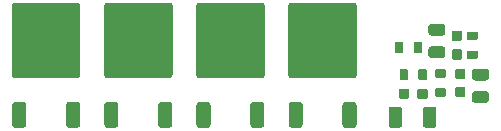
<source format=gts>
G04 #@! TF.GenerationSoftware,KiCad,Pcbnew,7.0.9*
G04 #@! TF.CreationDate,2024-03-10T06:33:53+03:00*
G04 #@! TF.ProjectId,hellen1-mcz33810,68656c6c-656e-4312-9d6d-637a33333831,rev?*
G04 #@! TF.SameCoordinates,PX507d780PY4a62f80*
G04 #@! TF.FileFunction,Soldermask,Top*
G04 #@! TF.FilePolarity,Negative*
%FSLAX46Y46*%
G04 Gerber Fmt 4.6, Leading zero omitted, Abs format (unit mm)*
G04 Created by KiCad (PCBNEW 7.0.9) date 2024-03-10 06:33:53*
%MOMM*%
%LPD*%
G01*
G04 APERTURE LIST*
G04 APERTURE END LIST*
G04 #@! TO.C,R805*
G36*
G01*
X33794980Y900000D02*
X33104980Y900000D01*
G75*
G02*
X32874980Y1130000I0J230000D01*
G01*
X32874980Y2470000D01*
G75*
G02*
X33104980Y2700000I230000J0D01*
G01*
X33794980Y2700000D01*
G75*
G02*
X34024980Y2470000I0J-230000D01*
G01*
X34024980Y1130000D01*
G75*
G02*
X33794980Y900000I-230000J0D01*
G01*
G37*
G36*
G01*
X36005000Y2700000D02*
X36695000Y2700000D01*
G75*
G02*
X36925000Y2470000I0J-230000D01*
G01*
X36925000Y1130000D01*
G75*
G02*
X36695000Y900000I-230000J0D01*
G01*
X36005000Y900000D01*
G75*
G02*
X35775000Y1130000I0J230000D01*
G01*
X35775000Y2470000D01*
G75*
G02*
X36005000Y2700000I230000J0D01*
G01*
G37*
G04 #@! TD*
G04 #@! TO.C,R804*
G36*
G01*
X37640000Y5150000D02*
X36860000Y5150000D01*
G75*
G02*
X36790000Y5220000I0J70000D01*
G01*
X36790000Y5780000D01*
G75*
G02*
X36860000Y5850000I70000J0D01*
G01*
X37640000Y5850000D01*
G75*
G02*
X37710000Y5780000I0J-70000D01*
G01*
X37710000Y5220000D01*
G75*
G02*
X37640000Y5150000I-70000J0D01*
G01*
G37*
G36*
G01*
X37640000Y3550000D02*
X36860000Y3550000D01*
G75*
G02*
X36790000Y3620000I0J70000D01*
G01*
X36790000Y4180000D01*
G75*
G02*
X36860000Y4250000I70000J0D01*
G01*
X37640000Y4250000D01*
G75*
G02*
X37710000Y4180000I0J-70000D01*
G01*
X37710000Y3620000D01*
G75*
G02*
X37640000Y3550000I-70000J0D01*
G01*
G37*
G04 #@! TD*
G04 #@! TO.C,R803*
G36*
G01*
X36100000Y5790000D02*
X36100000Y5010000D01*
G75*
G02*
X36030000Y4940000I-70000J0D01*
G01*
X35470000Y4940000D01*
G75*
G02*
X35400000Y5010000I0J70000D01*
G01*
X35400000Y5790000D01*
G75*
G02*
X35470000Y5860000I70000J0D01*
G01*
X36030000Y5860000D01*
G75*
G02*
X36100000Y5790000I0J-70000D01*
G01*
G37*
G36*
G01*
X34500000Y5790000D02*
X34500000Y5010000D01*
G75*
G02*
X34430000Y4940000I-70000J0D01*
G01*
X33870000Y4940000D01*
G75*
G02*
X33800000Y5010000I0J70000D01*
G01*
X33800000Y5790000D01*
G75*
G02*
X33870000Y5860000I70000J0D01*
G01*
X34430000Y5860000D01*
G75*
G02*
X34500000Y5790000I0J-70000D01*
G01*
G37*
G04 #@! TD*
G04 #@! TO.C,R802*
G36*
G01*
X33400000Y7310000D02*
X33400000Y8090000D01*
G75*
G02*
X33470000Y8160000I70000J0D01*
G01*
X34030000Y8160000D01*
G75*
G02*
X34100000Y8090000I0J-70000D01*
G01*
X34100000Y7310000D01*
G75*
G02*
X34030000Y7240000I-70000J0D01*
G01*
X33470000Y7240000D01*
G75*
G02*
X33400000Y7310000I0J70000D01*
G01*
G37*
G36*
G01*
X35000000Y7310000D02*
X35000000Y8090000D01*
G75*
G02*
X35070000Y8160000I70000J0D01*
G01*
X35630000Y8160000D01*
G75*
G02*
X35700000Y8090000I0J-70000D01*
G01*
X35700000Y7310000D01*
G75*
G02*
X35630000Y7240000I-70000J0D01*
G01*
X35070000Y7240000D01*
G75*
G02*
X35000000Y7310000I0J70000D01*
G01*
G37*
G04 #@! TD*
G04 #@! TO.C,R801*
G36*
G01*
X39560000Y7450000D02*
X40340000Y7450000D01*
G75*
G02*
X40410000Y7380000I0J-70000D01*
G01*
X40410000Y6820000D01*
G75*
G02*
X40340000Y6750000I-70000J0D01*
G01*
X39560000Y6750000D01*
G75*
G02*
X39490000Y6820000I0J70000D01*
G01*
X39490000Y7380000D01*
G75*
G02*
X39560000Y7450000I70000J0D01*
G01*
G37*
G36*
G01*
X39560000Y9050000D02*
X40340000Y9050000D01*
G75*
G02*
X40410000Y8980000I0J-70000D01*
G01*
X40410000Y8420000D01*
G75*
G02*
X40340000Y8350000I-70000J0D01*
G01*
X39560000Y8350000D01*
G75*
G02*
X39490000Y8420000I0J70000D01*
G01*
X39490000Y8980000D01*
G75*
G02*
X39560000Y9050000I70000J0D01*
G01*
G37*
G04 #@! TD*
G04 #@! TO.C,Q804*
G36*
G01*
X29930003Y5100000D02*
X24629997Y5100000D01*
G75*
G02*
X24380000Y5349997I0J249997D01*
G01*
X24380000Y11250003D01*
G75*
G02*
X24629997Y11500000I249997J0D01*
G01*
X29930003Y11500000D01*
G75*
G02*
X30180000Y11250003I0J-249997D01*
G01*
X30180000Y5349997D01*
G75*
G02*
X29930003Y5100000I-249997J0D01*
G01*
G37*
G36*
G01*
X29910000Y900000D02*
X29210000Y900000D01*
G75*
G02*
X28960000Y1150000I0J250000D01*
G01*
X28960000Y2850000D01*
G75*
G02*
X29210000Y3100000I250000J0D01*
G01*
X29910000Y3100000D01*
G75*
G02*
X30160000Y2850000I0J-250000D01*
G01*
X30160000Y1150000D01*
G75*
G02*
X29910000Y900000I-250000J0D01*
G01*
G37*
G36*
G01*
X25350000Y900000D02*
X24650000Y900000D01*
G75*
G02*
X24400000Y1150000I0J250000D01*
G01*
X24400000Y2850000D01*
G75*
G02*
X24650000Y3100000I250000J0D01*
G01*
X25350000Y3100000D01*
G75*
G02*
X25600000Y2850000I0J-250000D01*
G01*
X25600000Y1150000D01*
G75*
G02*
X25350000Y900000I-250000J0D01*
G01*
G37*
G04 #@! TD*
G04 #@! TO.C,Q803*
G36*
G01*
X22130003Y5100000D02*
X16829997Y5100000D01*
G75*
G02*
X16580000Y5349997I0J249997D01*
G01*
X16580000Y11250003D01*
G75*
G02*
X16829997Y11500000I249997J0D01*
G01*
X22130003Y11500000D01*
G75*
G02*
X22380000Y11250003I0J-249997D01*
G01*
X22380000Y5349997D01*
G75*
G02*
X22130003Y5100000I-249997J0D01*
G01*
G37*
G36*
G01*
X22110000Y900000D02*
X21410000Y900000D01*
G75*
G02*
X21160000Y1150000I0J250000D01*
G01*
X21160000Y2850000D01*
G75*
G02*
X21410000Y3100000I250000J0D01*
G01*
X22110000Y3100000D01*
G75*
G02*
X22360000Y2850000I0J-250000D01*
G01*
X22360000Y1150000D01*
G75*
G02*
X22110000Y900000I-250000J0D01*
G01*
G37*
G36*
G01*
X17550000Y900000D02*
X16850000Y900000D01*
G75*
G02*
X16600000Y1150000I0J250000D01*
G01*
X16600000Y2850000D01*
G75*
G02*
X16850000Y3100000I250000J0D01*
G01*
X17550000Y3100000D01*
G75*
G02*
X17800000Y2850000I0J-250000D01*
G01*
X17800000Y1150000D01*
G75*
G02*
X17550000Y900000I-250000J0D01*
G01*
G37*
G04 #@! TD*
G04 #@! TO.C,Q802*
G36*
G01*
X14330003Y5100000D02*
X9029997Y5100000D01*
G75*
G02*
X8780000Y5349997I0J249997D01*
G01*
X8780000Y11250003D01*
G75*
G02*
X9029997Y11500000I249997J0D01*
G01*
X14330003Y11500000D01*
G75*
G02*
X14580000Y11250003I0J-249997D01*
G01*
X14580000Y5349997D01*
G75*
G02*
X14330003Y5100000I-249997J0D01*
G01*
G37*
G36*
G01*
X14310000Y900000D02*
X13610000Y900000D01*
G75*
G02*
X13360000Y1150000I0J250000D01*
G01*
X13360000Y2850000D01*
G75*
G02*
X13610000Y3100000I250000J0D01*
G01*
X14310000Y3100000D01*
G75*
G02*
X14560000Y2850000I0J-250000D01*
G01*
X14560000Y1150000D01*
G75*
G02*
X14310000Y900000I-250000J0D01*
G01*
G37*
G36*
G01*
X9750000Y900000D02*
X9050000Y900000D01*
G75*
G02*
X8800000Y1150000I0J250000D01*
G01*
X8800000Y2850000D01*
G75*
G02*
X9050000Y3100000I250000J0D01*
G01*
X9750000Y3100000D01*
G75*
G02*
X10000000Y2850000I0J-250000D01*
G01*
X10000000Y1150000D01*
G75*
G02*
X9750000Y900000I-250000J0D01*
G01*
G37*
G04 #@! TD*
G04 #@! TO.C,Q801*
G36*
G01*
X6530003Y5100000D02*
X1229997Y5100000D01*
G75*
G02*
X980000Y5349997I0J249997D01*
G01*
X980000Y11250003D01*
G75*
G02*
X1229997Y11500000I249997J0D01*
G01*
X6530003Y11500000D01*
G75*
G02*
X6780000Y11250003I0J-249997D01*
G01*
X6780000Y5349997D01*
G75*
G02*
X6530003Y5100000I-249997J0D01*
G01*
G37*
G36*
G01*
X6510000Y900000D02*
X5810000Y900000D01*
G75*
G02*
X5560000Y1150000I0J250000D01*
G01*
X5560000Y2850000D01*
G75*
G02*
X5810000Y3100000I250000J0D01*
G01*
X6510000Y3100000D01*
G75*
G02*
X6760000Y2850000I0J-250000D01*
G01*
X6760000Y1150000D01*
G75*
G02*
X6510000Y900000I-250000J0D01*
G01*
G37*
G36*
G01*
X1950000Y900000D02*
X1250000Y900000D01*
G75*
G02*
X1000000Y1150000I0J250000D01*
G01*
X1000000Y2850000D01*
G75*
G02*
X1250000Y3100000I250000J0D01*
G01*
X1950000Y3100000D01*
G75*
G02*
X2200000Y2850000I0J-250000D01*
G01*
X2200000Y1150000D01*
G75*
G02*
X1950000Y900000I-250000J0D01*
G01*
G37*
G04 #@! TD*
G04 #@! TO.C,C805*
G36*
G01*
X40175000Y4000000D02*
X41125000Y4000000D01*
G75*
G02*
X41375000Y3750000I0J-250000D01*
G01*
X41375000Y3250000D01*
G75*
G02*
X41125000Y3000000I-250000J0D01*
G01*
X40175000Y3000000D01*
G75*
G02*
X39925000Y3250000I0J250000D01*
G01*
X39925000Y3750000D01*
G75*
G02*
X40175000Y4000000I250000J0D01*
G01*
G37*
G36*
G01*
X40175000Y5900000D02*
X41125000Y5900000D01*
G75*
G02*
X41375000Y5650000I0J-250000D01*
G01*
X41375000Y5150000D01*
G75*
G02*
X41125000Y4900000I-250000J0D01*
G01*
X40175000Y4900000D01*
G75*
G02*
X39925000Y5150000I0J250000D01*
G01*
X39925000Y5650000D01*
G75*
G02*
X40175000Y5900000I250000J0D01*
G01*
G37*
G04 #@! TD*
G04 #@! TO.C,C804*
G36*
G01*
X39290000Y3484999D02*
X38610000Y3484999D01*
G75*
G02*
X38525000Y3569999I0J85000D01*
G01*
X38525000Y4249999D01*
G75*
G02*
X38610000Y4334999I85000J0D01*
G01*
X39290000Y4334999D01*
G75*
G02*
X39375000Y4249999I0J-85000D01*
G01*
X39375000Y3569999D01*
G75*
G02*
X39290000Y3484999I-85000J0D01*
G01*
G37*
G36*
G01*
X39290000Y5065001D02*
X38610000Y5065001D01*
G75*
G02*
X38525000Y5150001I0J85000D01*
G01*
X38525000Y5830001D01*
G75*
G02*
X38610000Y5915001I85000J0D01*
G01*
X39290000Y5915001D01*
G75*
G02*
X39375000Y5830001I0J-85000D01*
G01*
X39375000Y5150001D01*
G75*
G02*
X39290000Y5065001I-85000J0D01*
G01*
G37*
G04 #@! TD*
G04 #@! TO.C,C803*
G36*
G01*
X35315001Y3460000D02*
X35315001Y4140000D01*
G75*
G02*
X35400001Y4225000I85000J0D01*
G01*
X36080001Y4225000D01*
G75*
G02*
X36165001Y4140000I0J-85000D01*
G01*
X36165001Y3460000D01*
G75*
G02*
X36080001Y3375000I-85000J0D01*
G01*
X35400001Y3375000D01*
G75*
G02*
X35315001Y3460000I0J85000D01*
G01*
G37*
G36*
G01*
X33734999Y3460000D02*
X33734999Y4140000D01*
G75*
G02*
X33819999Y4225000I85000J0D01*
G01*
X34499999Y4225000D01*
G75*
G02*
X34584999Y4140000I0J-85000D01*
G01*
X34584999Y3460000D01*
G75*
G02*
X34499999Y3375000I-85000J0D01*
G01*
X33819999Y3375000D01*
G75*
G02*
X33734999Y3460000I0J85000D01*
G01*
G37*
G04 #@! TD*
G04 #@! TO.C,C802*
G36*
G01*
X37425000Y6800000D02*
X36475000Y6800000D01*
G75*
G02*
X36225000Y7050000I0J250000D01*
G01*
X36225000Y7550000D01*
G75*
G02*
X36475000Y7800000I250000J0D01*
G01*
X37425000Y7800000D01*
G75*
G02*
X37675000Y7550000I0J-250000D01*
G01*
X37675000Y7050000D01*
G75*
G02*
X37425000Y6800000I-250000J0D01*
G01*
G37*
G36*
G01*
X37425000Y8700000D02*
X36475000Y8700000D01*
G75*
G02*
X36225000Y8950000I0J250000D01*
G01*
X36225000Y9450000D01*
G75*
G02*
X36475000Y9700000I250000J0D01*
G01*
X37425000Y9700000D01*
G75*
G02*
X37675000Y9450000I0J-250000D01*
G01*
X37675000Y8950000D01*
G75*
G02*
X37425000Y8700000I-250000J0D01*
G01*
G37*
G04 #@! TD*
G04 #@! TO.C,C801*
G36*
G01*
X38310000Y9115001D02*
X38990000Y9115001D01*
G75*
G02*
X39075000Y9030001I0J-85000D01*
G01*
X39075000Y8350001D01*
G75*
G02*
X38990000Y8265001I-85000J0D01*
G01*
X38310000Y8265001D01*
G75*
G02*
X38225000Y8350001I0J85000D01*
G01*
X38225000Y9030001D01*
G75*
G02*
X38310000Y9115001I85000J0D01*
G01*
G37*
G36*
G01*
X38310000Y7534999D02*
X38990000Y7534999D01*
G75*
G02*
X39075000Y7449999I0J-85000D01*
G01*
X39075000Y6769999D01*
G75*
G02*
X38990000Y6684999I-85000J0D01*
G01*
X38310000Y6684999D01*
G75*
G02*
X38225000Y6769999I0J85000D01*
G01*
X38225000Y7449999D01*
G75*
G02*
X38310000Y7534999I85000J0D01*
G01*
G37*
G04 #@! TD*
M02*

</source>
